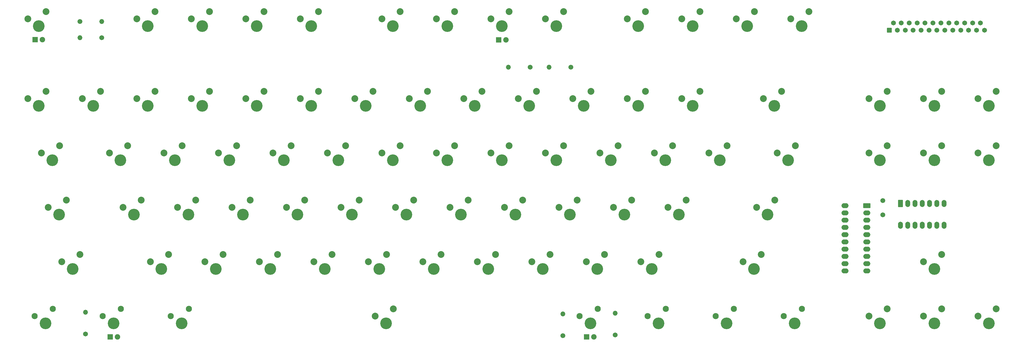
<source format=gbr>
G04 #@! TF.GenerationSoftware,KiCad,Pcbnew,7.0.1*
G04 #@! TF.CreationDate,2024-09-21T20:16:08-05:00*
G04 #@! TF.ProjectId,C128DKEYBOARD,43313238-444b-4455-9942-4f4152442e6b,3.3*
G04 #@! TF.SameCoordinates,Original*
G04 #@! TF.FileFunction,Soldermask,Bot*
G04 #@! TF.FilePolarity,Negative*
%FSLAX46Y46*%
G04 Gerber Fmt 4.6, Leading zero omitted, Abs format (unit mm)*
G04 Created by KiCad (PCBNEW 7.0.1) date 2024-09-21 20:16:08*
%MOMM*%
%LPD*%
G01*
G04 APERTURE LIST*
G04 Aperture macros list*
%AMRoundRect*
0 Rectangle with rounded corners*
0 $1 Rounding radius*
0 $2 $3 $4 $5 $6 $7 $8 $9 X,Y pos of 4 corners*
0 Add a 4 corners polygon primitive as box body*
4,1,4,$2,$3,$4,$5,$6,$7,$8,$9,$2,$3,0*
0 Add four circle primitives for the rounded corners*
1,1,$1+$1,$2,$3*
1,1,$1+$1,$4,$5*
1,1,$1+$1,$6,$7*
1,1,$1+$1,$8,$9*
0 Add four rect primitives between the rounded corners*
20,1,$1+$1,$2,$3,$4,$5,0*
20,1,$1+$1,$4,$5,$6,$7,0*
20,1,$1+$1,$6,$7,$8,$9,0*
20,1,$1+$1,$8,$9,$2,$3,0*%
G04 Aperture macros list end*
%ADD10C,4.089800*%
%ADD11C,2.388000*%
%ADD12C,2.134000*%
%ADD13RoundRect,0.051000X-0.900000X-0.900000X0.900000X-0.900000X0.900000X0.900000X-0.900000X0.900000X0*%
%ADD14C,1.902000*%
%ADD15RoundRect,0.051000X-0.800000X-0.800000X0.800000X-0.800000X0.800000X0.800000X-0.800000X0.800000X0*%
%ADD16C,1.702000*%
%ADD17O,1.702000X1.702000*%
%ADD18RoundRect,0.051000X-0.800000X1.200000X-0.800000X-1.200000X0.800000X-1.200000X0.800000X1.200000X0*%
%ADD19O,1.702000X2.502000*%
%ADD20RoundRect,0.051000X1.200000X0.800000X-1.200000X0.800000X-1.200000X-0.800000X1.200000X-0.800000X0*%
%ADD21O,2.502000X1.702000*%
G04 APERTURE END LIST*
D10*
X64325500Y-133731000D03*
D11*
X66865500Y-128651000D03*
X60515500Y-131191000D03*
D10*
X102425500Y-133731000D03*
D11*
X104965500Y-128651000D03*
X98615500Y-131191000D03*
D10*
X121475500Y-133731000D03*
D11*
X124015500Y-128651000D03*
X117665500Y-131191000D03*
D10*
X140525500Y-133731000D03*
D11*
X143065500Y-128651000D03*
X136715500Y-131191000D03*
D10*
X159575500Y-133731000D03*
D11*
X162115500Y-128651000D03*
X155765500Y-131191000D03*
D10*
X188150500Y-133731000D03*
D11*
X190690500Y-128651000D03*
X184340500Y-131191000D03*
D10*
X207200500Y-133731000D03*
D11*
X209740500Y-128651000D03*
X203390500Y-131191000D03*
D10*
X226250500Y-133731000D03*
D11*
X228790500Y-128651000D03*
X222440500Y-131191000D03*
D10*
X245300500Y-133731000D03*
D11*
X247840500Y-128651000D03*
X241490500Y-131191000D03*
D10*
X273875500Y-133731000D03*
D11*
X276415500Y-128651000D03*
X270065500Y-131191000D03*
D10*
X292925500Y-133731000D03*
D11*
X295465500Y-128651000D03*
X289115500Y-131191000D03*
D10*
X311975500Y-133731000D03*
D11*
X314515500Y-128651000D03*
X308165500Y-131191000D03*
D10*
X102425500Y-161671000D03*
D11*
X104965500Y-156591000D03*
X98615500Y-159131000D03*
D10*
X121475500Y-161671000D03*
D11*
X124015500Y-156591000D03*
X117665500Y-159131000D03*
D10*
X140525500Y-161671000D03*
D11*
X143065500Y-156591000D03*
X136715500Y-159131000D03*
D10*
X159575500Y-161671000D03*
D11*
X162115500Y-156591000D03*
X155765500Y-159131000D03*
D10*
X178625500Y-161671000D03*
D11*
X181165500Y-156591000D03*
X174815500Y-159131000D03*
D10*
X197675500Y-161671000D03*
D11*
X200215500Y-156591000D03*
X193865500Y-159131000D03*
D10*
X216725500Y-161671000D03*
D11*
X219265500Y-156591000D03*
X212915500Y-159131000D03*
D10*
X235775500Y-161671000D03*
D11*
X238315500Y-156591000D03*
X231965500Y-159131000D03*
D10*
X254825500Y-161671000D03*
D11*
X257365500Y-156591000D03*
X251015500Y-159131000D03*
D10*
X273875500Y-161671000D03*
D11*
X276415500Y-156591000D03*
X270065500Y-159131000D03*
D10*
X292925500Y-161671000D03*
D11*
X295465500Y-156591000D03*
X289115500Y-159131000D03*
D10*
X321500500Y-161671000D03*
D11*
X324040500Y-156591000D03*
X317690500Y-159131000D03*
D10*
X358432100Y-180721000D03*
D11*
X360972100Y-175641000D03*
X354622100Y-178181000D03*
D10*
X377482100Y-180721000D03*
D11*
X380022100Y-175641000D03*
X373672100Y-178181000D03*
D10*
X396532100Y-180721000D03*
D11*
X399072100Y-175641000D03*
X392722100Y-178181000D03*
D10*
X92900500Y-180721000D03*
D11*
X95440500Y-175641000D03*
X89090500Y-178181000D03*
D10*
X111950500Y-180721000D03*
D11*
X114490500Y-175641000D03*
X108140500Y-178181000D03*
D10*
X131000500Y-180721000D03*
D11*
X133540500Y-175641000D03*
X127190500Y-178181000D03*
D10*
X150050500Y-180721000D03*
D11*
X152590500Y-175641000D03*
X146240500Y-178181000D03*
D10*
X169100500Y-180721000D03*
D11*
X171640500Y-175641000D03*
X165290500Y-178181000D03*
D10*
X188150500Y-180721000D03*
D11*
X190690500Y-175641000D03*
X184340500Y-178181000D03*
D10*
X207200500Y-180721000D03*
D11*
X209740500Y-175641000D03*
X203390500Y-178181000D03*
D10*
X226250500Y-180721000D03*
D11*
X228790500Y-175641000D03*
X222440500Y-178181000D03*
D10*
X245300500Y-180721000D03*
D11*
X247840500Y-175641000D03*
X241490500Y-178181000D03*
D10*
X264350500Y-180721000D03*
D11*
X266890500Y-175641000D03*
X260540500Y-178181000D03*
D10*
X283400500Y-180721000D03*
D11*
X285940500Y-175641000D03*
X279590500Y-178181000D03*
D10*
X302450500Y-180721000D03*
D11*
X304990500Y-175641000D03*
X298640500Y-178181000D03*
D10*
X326260500Y-180721000D03*
D11*
X328800500Y-175641000D03*
X322450500Y-178181000D03*
D10*
X97650500Y-199771000D03*
D11*
X100190500Y-194691000D03*
X93840500Y-197231000D03*
D10*
X135750500Y-199771000D03*
D11*
X138290500Y-194691000D03*
X131940500Y-197231000D03*
D10*
X154800500Y-199771000D03*
D11*
X157340500Y-194691000D03*
X150990500Y-197231000D03*
D10*
X173850500Y-199771000D03*
D11*
X176390500Y-194691000D03*
X170040500Y-197231000D03*
D10*
X192900500Y-199771000D03*
D11*
X195440500Y-194691000D03*
X189090500Y-197231000D03*
D10*
X211950500Y-199771000D03*
D11*
X214490500Y-194691000D03*
X208140500Y-197231000D03*
D10*
X231000500Y-199771000D03*
D11*
X233540500Y-194691000D03*
X227190500Y-197231000D03*
D10*
X250050500Y-199771000D03*
D11*
X252590500Y-194691000D03*
X246240500Y-197231000D03*
D10*
X269100500Y-199771000D03*
D11*
X271640500Y-194691000D03*
X265290500Y-197231000D03*
D10*
X288150500Y-199771000D03*
D11*
X290690500Y-194691000D03*
X284340500Y-197231000D03*
D10*
X319105500Y-199771000D03*
D11*
X321645500Y-194691000D03*
X315295500Y-197231000D03*
D10*
X377482100Y-218821000D03*
D11*
X380022100Y-213741000D03*
X373672100Y-216281000D03*
D10*
X107175500Y-218821000D03*
D11*
X109715500Y-213741000D03*
X103365500Y-216281000D03*
D10*
X126225500Y-218821000D03*
D11*
X128765500Y-213741000D03*
X122415500Y-216281000D03*
D10*
X145275500Y-218821000D03*
D11*
X147815500Y-213741000D03*
X141465500Y-216281000D03*
D10*
X164325500Y-218821000D03*
D11*
X166865500Y-213741000D03*
X160515500Y-216281000D03*
D10*
X183375500Y-218821000D03*
D11*
X185915500Y-213741000D03*
X179565500Y-216281000D03*
D10*
X202425500Y-218821000D03*
D11*
X204965500Y-213741000D03*
X198615500Y-216281000D03*
D10*
X221475500Y-218821000D03*
D11*
X224015500Y-213741000D03*
X217665500Y-216281000D03*
D10*
X240525500Y-218821000D03*
D11*
X243065500Y-213741000D03*
X236715500Y-216281000D03*
D10*
X259575500Y-218821000D03*
D11*
X262115500Y-213741000D03*
X255765500Y-216281000D03*
D10*
X278625500Y-218821000D03*
D11*
X281165500Y-213741000D03*
X274815500Y-216281000D03*
D10*
X314340500Y-218821000D03*
D11*
X316880500Y-213741000D03*
X310530500Y-216281000D03*
D10*
X358432100Y-237871000D03*
D11*
X360972100Y-232791000D03*
X354622100Y-235331000D03*
D10*
X377482100Y-237871000D03*
D11*
X380022100Y-232791000D03*
X373672100Y-235331000D03*
D10*
X396532100Y-237871000D03*
D11*
X399072100Y-232791000D03*
X392722100Y-235331000D03*
D10*
X90510500Y-237871000D03*
D12*
X93050500Y-232791000D03*
X86700500Y-235331000D03*
D10*
X114320500Y-237871000D03*
D12*
X116860500Y-232791000D03*
X110510500Y-235331000D03*
D10*
X185755500Y-237871000D03*
D11*
X188295500Y-232791000D03*
X181945500Y-235331000D03*
D10*
X257195500Y-237871000D03*
D12*
X259735500Y-232791000D03*
X253385500Y-235331000D03*
D10*
X281005500Y-237871000D03*
D12*
X283545500Y-232791000D03*
X277195500Y-235331000D03*
D10*
X304815500Y-237871000D03*
D12*
X307355500Y-232791000D03*
X301005500Y-235331000D03*
D10*
X328625500Y-237871000D03*
D12*
X331165500Y-232791000D03*
X324815500Y-235331000D03*
D10*
X358432100Y-161671000D03*
D11*
X360972100Y-156591000D03*
X354622100Y-159131000D03*
D10*
X396532100Y-161671000D03*
D11*
X399072100Y-156591000D03*
X392722100Y-159131000D03*
D10*
X377482100Y-161671000D03*
D11*
X380022100Y-156591000D03*
X373672100Y-159131000D03*
D10*
X69080500Y-180721000D03*
D11*
X71620500Y-175641000D03*
X65270500Y-178181000D03*
D10*
X71463500Y-199771000D03*
D11*
X74003500Y-194691000D03*
X67653500Y-197231000D03*
D10*
X76225500Y-218821000D03*
D11*
X78765500Y-213741000D03*
X72415500Y-216281000D03*
D10*
X66700500Y-237871000D03*
D12*
X69240500Y-232791000D03*
X62890500Y-235331000D03*
D10*
X116700500Y-199771000D03*
D11*
X119240500Y-194691000D03*
X112890500Y-197231000D03*
D10*
X331025500Y-133731000D03*
D11*
X333565500Y-128651000D03*
X327215500Y-131191000D03*
D10*
X83375500Y-161671000D03*
D11*
X85915500Y-156591000D03*
X79565500Y-159131000D03*
D10*
X64325500Y-161671000D03*
D11*
X66865500Y-156591000D03*
X60515500Y-159131000D03*
D13*
X89321800Y-242646200D03*
D14*
X91861800Y-242646200D03*
D13*
X63114000Y-138455400D03*
D14*
X65654000Y-138455400D03*
D13*
X255874600Y-242570000D03*
D14*
X258414600Y-242570000D03*
D13*
X225115200Y-138531600D03*
D14*
X227655200Y-138531600D03*
D15*
X361708000Y-135149300D03*
D16*
X364478000Y-135149300D03*
X367248000Y-135149300D03*
X370018000Y-135149300D03*
X372788000Y-135149300D03*
X375558000Y-135149300D03*
X378328000Y-135149300D03*
X381098000Y-135149300D03*
X383868000Y-135149300D03*
X386638000Y-135149300D03*
X389408000Y-135149300D03*
X392178000Y-135149300D03*
X394948000Y-135149300D03*
X363093000Y-132609300D03*
X365863000Y-132609300D03*
X368633000Y-132609300D03*
X371403000Y-132609300D03*
X374173000Y-132609300D03*
X376943000Y-132609300D03*
X379713000Y-132609300D03*
X382483000Y-132609300D03*
X385253000Y-132609300D03*
X388023000Y-132609300D03*
X390793000Y-132609300D03*
X393563000Y-132609300D03*
X236143000Y-148082000D03*
D17*
X228523000Y-148082000D03*
D18*
X365628000Y-195844000D03*
D19*
X368168000Y-195844000D03*
X370708000Y-195844000D03*
X373248000Y-195844000D03*
X375788000Y-195844000D03*
X378328000Y-195844000D03*
X380868000Y-195844000D03*
X380868000Y-203464000D03*
X378328000Y-203464000D03*
X375788000Y-203464000D03*
X373248000Y-203464000D03*
X370708000Y-203464000D03*
X368168000Y-203464000D03*
X365628000Y-203464000D03*
D16*
X265811000Y-241935000D03*
D17*
X265811000Y-234315000D03*
D20*
X353822000Y-196596000D03*
D21*
X353822000Y-199136000D03*
X353822000Y-201676000D03*
X353822000Y-204216000D03*
X353822000Y-206756000D03*
X353822000Y-209296000D03*
X353822000Y-211836000D03*
X353822000Y-214376000D03*
X353822000Y-216916000D03*
X353822000Y-219456000D03*
X346202000Y-219456000D03*
X346202000Y-216916000D03*
X346202000Y-214376000D03*
X346202000Y-211836000D03*
X346202000Y-209296000D03*
X346202000Y-206756000D03*
X346202000Y-204216000D03*
X346202000Y-201676000D03*
X346202000Y-199136000D03*
X346202000Y-196596000D03*
D16*
X80645000Y-241554000D03*
D17*
X80645000Y-233934000D03*
D16*
X78740000Y-132080000D03*
D17*
X86360000Y-132080000D03*
D16*
X359410000Y-199858000D03*
X359410000Y-194858000D03*
X86360000Y-137795000D03*
D17*
X78740000Y-137795000D03*
D16*
X247523000Y-242189000D03*
D17*
X247523000Y-234569000D03*
D16*
X250317000Y-148082000D03*
D17*
X242697000Y-148082000D03*
M02*

</source>
